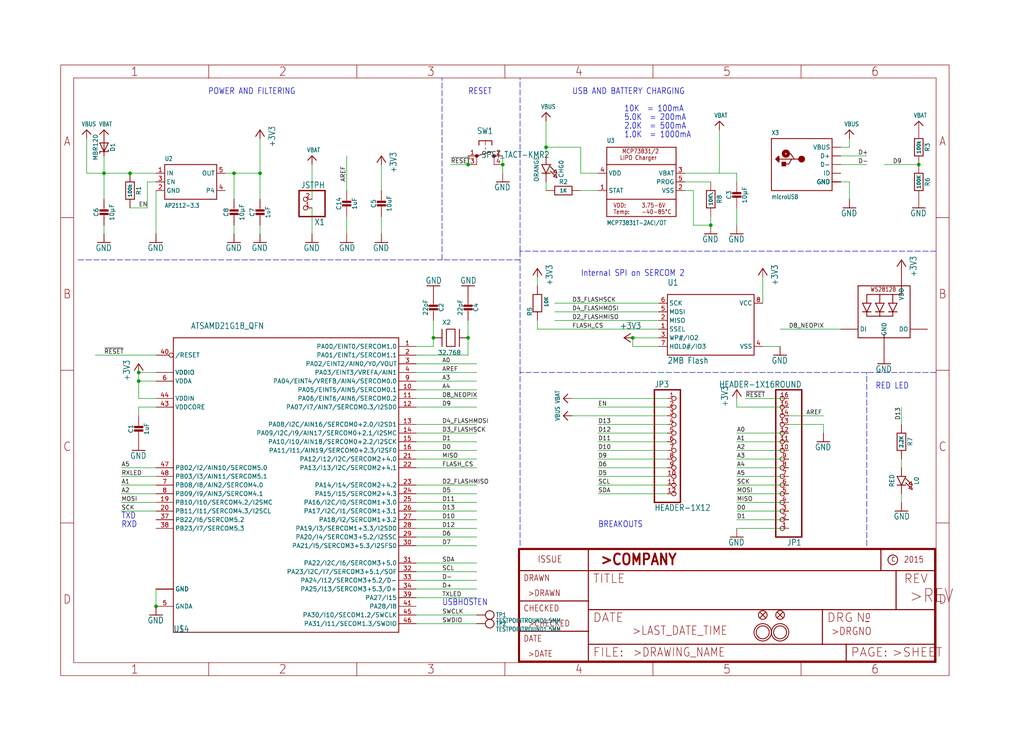
<source format=kicad_sch>
(kicad_sch (version 20211123) (generator eeschema)
  (paper "User" 300.076 217.881)
  (junction (at 137.16 99.06))
  (junction (at 45.72 177.8))
  (junction (at 185.42 99.06))
  (junction (at 137.16 48.26))
  (junction (at 68.58 50.8))
  (junction (at 30.48 50.8))
  (junction (at 160.02 43.18))
  (junction (at 269.24 48.26))
  (junction (at 38.1 50.8))
  (junction (at 76.2 50.8))
  (junction (at 208.28 66.04))
  (junction (at 147.32 48.26))
  (junction (at 40.64 109.22))
  (junction (at 40.64 111.76))
  (junction (at 127 99.06))
  (wire (pts (xy 185.42 101.6) (xy 193.04 101.6)))
  (polyline (pts (xy 274.32 109.22) (xy 254 109.22)))
  (wire (pts (xy 160.02 45.72) (xy 160.02 43.18)))
  (wire (pts (xy 215.9 119.38) (xy 231.14 119.38)))
  (wire (pts (xy 43.18 60.96) (xy 43.18 53.34)))
  (wire (pts (xy 121.92 170.18) (xy 139.7 170.18)))
  (wire (pts (xy 45.72 116.84) (xy 40.64 116.84)))
  (wire (pts (xy 45.72 137.16) (xy 35.56 137.16)))
  (wire (pts (xy 121.92 137.16) (xy 139.7 137.16)))
  (wire (pts (xy 45.72 119.38) (xy 40.64 119.38)))
  (wire (pts (xy 215.9 116.84) (xy 215.9 119.38)))
  (wire (pts (xy 228.6 101.6) (xy 223.52 101.6)))
  (wire (pts (xy 121.92 180.34) (xy 139.7 180.34)))
  (wire (pts (xy 76.2 50.8) (xy 76.2 58.42)))
  (wire (pts (xy 68.58 58.42) (xy 68.58 50.8)))
  (wire (pts (xy 215.9 154.94) (xy 231.14 154.94)))
  (wire (pts (xy 139.7 172.72) (xy 121.92 172.72)))
  (wire (pts (xy 195.58 121.92) (xy 167.64 121.92)))
  (wire (pts (xy 121.92 175.26) (xy 139.7 175.26)))
  (wire (pts (xy 121.92 111.76) (xy 139.7 111.76)))
  (wire (pts (xy 264.16 124.46) (xy 264.16 119.38)))
  (wire (pts (xy 137.16 99.06) (xy 137.16 93.98)))
  (wire (pts (xy 195.58 134.62) (xy 175.26 134.62)))
  (wire (pts (xy 121.92 157.48) (xy 139.7 157.48)))
  (wire (pts (xy 185.42 99.06) (xy 185.42 101.6)))
  (wire (pts (xy 121.92 116.84) (xy 139.7 116.84)))
  (wire (pts (xy 40.64 111.76) (xy 40.64 109.22)))
  (wire (pts (xy 210.82 50.8) (xy 200.66 50.8)))
  (wire (pts (xy 111.76 68.58) (xy 111.76 63.5)))
  (wire (pts (xy 160.02 53.34) (xy 160.02 55.88)))
  (wire (pts (xy 121.92 129.54) (xy 139.7 129.54)))
  (wire (pts (xy 193.04 88.9) (xy 162.56 88.9)))
  (wire (pts (xy 215.9 60.96) (xy 215.9 66.04)))
  (wire (pts (xy 121.92 147.32) (xy 139.7 147.32)))
  (wire (pts (xy 175.26 137.16) (xy 195.58 137.16)))
  (wire (pts (xy 170.18 55.88) (xy 175.26 55.88)))
  (wire (pts (xy 121.92 104.14) (xy 137.16 104.14)))
  (wire (pts (xy 30.48 45.72) (xy 30.48 50.8)))
  (polyline (pts (xy 152.4 109.22) (xy 152.4 76.2)))
  (wire (pts (xy 215.9 129.54) (xy 231.14 129.54)))
  (wire (pts (xy 215.9 152.4) (xy 231.14 152.4)))
  (wire (pts (xy 91.44 48.26) (xy 91.44 58.42)))
  (wire (pts (xy 254 48.26) (xy 246.38 48.26)))
  (wire (pts (xy 43.18 53.34) (xy 45.72 53.34)))
  (wire (pts (xy 264.16 144.78) (xy 264.16 147.32)))
  (wire (pts (xy 269.24 48.26) (xy 259.08 48.26)))
  (wire (pts (xy 139.7 132.08) (xy 121.92 132.08)))
  (wire (pts (xy 175.26 132.08) (xy 195.58 132.08)))
  (wire (pts (xy 203.2 55.88) (xy 203.2 66.04)))
  (wire (pts (xy 157.48 81.28) (xy 157.48 83.82)))
  (wire (pts (xy 195.58 142.24) (xy 175.26 142.24)))
  (wire (pts (xy 45.72 104.14) (xy 27.94 104.14)))
  (wire (pts (xy 139.7 152.4) (xy 121.92 152.4)))
  (wire (pts (xy 121.92 149.86) (xy 139.7 149.86)))
  (wire (pts (xy 157.48 96.52) (xy 193.04 96.52)))
  (wire (pts (xy 101.6 55.88) (xy 101.6 45.72)))
  (wire (pts (xy 68.58 50.8) (xy 76.2 50.8)))
  (polyline (pts (xy 274.32 73.66) (xy 152.4 73.66)))
  (wire (pts (xy 121.92 165.1) (xy 139.7 165.1)))
  (wire (pts (xy 248.92 53.34) (xy 248.92 58.42)))
  (wire (pts (xy 231.14 132.08) (xy 215.9 132.08)))
  (wire (pts (xy 193.04 99.06) (xy 185.42 99.06)))
  (wire (pts (xy 195.58 124.46) (xy 175.26 124.46)))
  (polyline (pts (xy 22.86 76.2) (xy 129.54 76.2)))
  (wire (pts (xy 68.58 66.04) (xy 68.58 68.58)))
  (wire (pts (xy 121.92 119.38) (xy 139.7 119.38)))
  (wire (pts (xy 231.14 124.46) (xy 241.3 124.46)))
  (wire (pts (xy 137.16 104.14) (xy 137.16 99.06)))
  (wire (pts (xy 241.3 124.46) (xy 241.3 127)))
  (polyline (pts (xy 254 109.22) (xy 152.4 109.22)))
  (wire (pts (xy 121.92 127) (xy 139.7 127)))
  (wire (pts (xy 170.18 43.18) (xy 170.18 50.8)))
  (wire (pts (xy 215.9 50.8) (xy 210.82 50.8)))
  (wire (pts (xy 66.04 50.8) (xy 68.58 50.8)))
  (wire (pts (xy 195.58 129.54) (xy 175.26 129.54)))
  (wire (pts (xy 210.82 38.1) (xy 210.82 50.8)))
  (polyline (pts (xy 129.54 76.2) (xy 129.54 22.86)))
  (wire (pts (xy 208.28 63.5) (xy 208.28 66.04)))
  (wire (pts (xy 91.44 68.58) (xy 91.44 60.96)))
  (polyline (pts (xy 254 160.02) (xy 254 109.22)))
  (wire (pts (xy 45.72 142.24) (xy 35.56 142.24)))
  (wire (pts (xy 45.72 172.72) (xy 45.72 177.8)))
  (wire (pts (xy 38.1 60.96) (xy 43.18 60.96)))
  (wire (pts (xy 30.48 66.04) (xy 30.48 68.58)))
  (wire (pts (xy 195.58 139.7) (xy 175.26 139.7)))
  (wire (pts (xy 40.64 119.38) (xy 40.64 121.92)))
  (wire (pts (xy 231.14 149.86) (xy 215.9 149.86)))
  (polyline (pts (xy 152.4 73.66) (xy 152.4 22.86)))
  (wire (pts (xy 121.92 106.68) (xy 139.7 106.68)))
  (wire (pts (xy 215.9 147.32) (xy 231.14 147.32)))
  (wire (pts (xy 246.38 43.18) (xy 248.92 43.18)))
  (wire (pts (xy 160.02 43.18) (xy 170.18 43.18)))
  (wire (pts (xy 246.38 45.72) (xy 254 45.72)))
  (wire (pts (xy 175.26 119.38) (xy 195.58 119.38)))
  (wire (pts (xy 25.4 50.8) (xy 30.48 50.8)))
  (wire (pts (xy 215.9 134.62) (xy 231.14 134.62)))
  (wire (pts (xy 231.14 144.78) (xy 215.9 144.78)))
  (wire (pts (xy 30.48 50.8) (xy 30.48 58.42)))
  (wire (pts (xy 45.72 139.7) (xy 35.56 139.7)))
  (wire (pts (xy 45.72 147.32) (xy 35.56 147.32)))
  (wire (pts (xy 76.2 66.04) (xy 76.2 68.58)))
  (wire (pts (xy 139.7 144.78) (xy 121.92 144.78)))
  (wire (pts (xy 248.92 43.18) (xy 248.92 40.64)))
  (wire (pts (xy 231.14 127) (xy 215.9 127)))
  (wire (pts (xy 231.14 142.24) (xy 215.9 142.24)))
  (wire (pts (xy 200.66 53.34) (xy 208.28 53.34)))
  (wire (pts (xy 246.38 96.52) (xy 228.6 96.52)))
  (wire (pts (xy 121.92 154.94) (xy 139.7 154.94)))
  (wire (pts (xy 223.52 81.28) (xy 223.52 88.9)))
  (wire (pts (xy 132.08 48.26) (xy 137.16 48.26)))
  (wire (pts (xy 38.1 50.8) (xy 30.48 50.8)))
  (wire (pts (xy 147.32 45.72) (xy 147.32 48.26)))
  (wire (pts (xy 40.64 116.84) (xy 40.64 111.76)))
  (wire (pts (xy 264.16 134.62) (xy 264.16 137.16)))
  (wire (pts (xy 160.02 35.56) (xy 160.02 43.18)))
  (wire (pts (xy 170.18 50.8) (xy 175.26 50.8)))
  (polyline (pts (xy 152.4 73.66) (xy 152.4 76.2)))
  (wire (pts (xy 127 93.98) (xy 127 99.06)))
  (polyline (pts (xy 152.4 160.02) (xy 152.4 109.22)))
  (wire (pts (xy 215.9 53.34) (xy 215.9 50.8)))
  (wire (pts (xy 45.72 111.76) (xy 40.64 111.76)))
  (wire (pts (xy 111.76 55.88) (xy 111.76 48.26)))
  (wire (pts (xy 203.2 66.04) (xy 208.28 66.04)))
  (wire (pts (xy 121.92 142.24) (xy 139.7 142.24)))
  (wire (pts (xy 121.92 109.22) (xy 139.7 109.22)))
  (wire (pts (xy 127 101.6) (xy 127 99.06)))
  (wire (pts (xy 76.2 50.8) (xy 76.2 40.64)))
  (wire (pts (xy 162.56 91.44) (xy 193.04 91.44)))
  (wire (pts (xy 35.56 144.78) (xy 45.72 144.78)))
  (wire (pts (xy 121.92 160.02) (xy 139.7 160.02)))
  (wire (pts (xy 200.66 55.88) (xy 203.2 55.88)))
  (wire (pts (xy 25.4 40.64) (xy 25.4 50.8)))
  (wire (pts (xy 45.72 55.88) (xy 45.72 68.58)))
  (wire (pts (xy 147.32 50.8) (xy 147.32 48.26)))
  (wire (pts (xy 231.14 116.84) (xy 218.44 116.84)))
  (wire (pts (xy 167.64 116.84) (xy 195.58 116.84)))
  (wire (pts (xy 35.56 149.86) (xy 45.72 149.86)))
  (wire (pts (xy 101.6 63.5) (xy 101.6 68.58)))
  (wire (pts (xy 175.26 144.78) (xy 195.58 144.78)))
  (polyline (pts (xy 152.4 76.2) (xy 129.54 76.2)))
  (wire (pts (xy 121.92 134.62) (xy 139.7 134.62)))
  (wire (pts (xy 137.16 48.26) (xy 137.16 45.72)))
  (wire (pts (xy 157.48 93.98) (xy 157.48 96.52)))
  (wire (pts (xy 121.92 101.6) (xy 127 101.6)))
  (wire (pts (xy 231.14 121.92) (xy 241.3 121.92)))
  (wire (pts (xy 139.7 114.3) (xy 121.92 114.3)))
  (wire (pts (xy 193.04 93.98) (xy 162.56 93.98)))
  (wire (pts (xy 139.7 124.46) (xy 121.92 124.46)))
  (wire (pts (xy 215.9 139.7) (xy 231.14 139.7)))
  (wire (pts (xy 45.72 50.8) (xy 38.1 50.8)))
  (wire (pts (xy 45.72 109.22) (xy 40.64 109.22)))
  (wire (pts (xy 175.26 127) (xy 195.58 127)))
  (wire (pts (xy 121.92 167.64) (xy 139.7 167.64)))
  (wire (pts (xy 231.14 137.16) (xy 215.9 137.16)))
  (wire (pts (xy 139.7 182.88) (xy 121.92 182.88)))
  (wire (pts (xy 246.38 53.34) (xy 248.92 53.34)))
  (text "BREAKOUTS" (at 175.26 154.94 180) (effects (font (size 1.778 1.5113)) (justify left bottom)))
  (text "1.0K  = 1000mA" (at 182.88 40.64 180) (effects (font (size 1.778 1.5113)) (justify left bottom)))
  (text "Internal SPI on SERCOM 2" (at 170.18 81.28 180) (effects (font (size 1.778 1.5113)) (justify left bottom)))
  (text "10K  = 100mA" (at 182.88 33.02 180) (effects (font (size 1.778 1.5113)) (justify left bottom)))
  (text "5.0K  = 200mA" (at 182.88 35.56 180) (effects (font (size 1.778 1.5113)) (justify left bottom)))
  (text "TXD" (at 35.56 152.4 180) (effects (font (size 1.778 1.5113)) (justify left bottom)))
  (text "RED LED" (at 256.54 114.3 180) (effects (font (size 1.778 1.5113)) (justify left bottom)))
  (text "USB AND BATTERY CHARGING" (at 167.64 27.94 180) (effects (font (size 1.778 1.5113)) (justify left bottom)))
  (text "2.0K  = 500mA" (at 182.88 38.1 180) (effects (font (size 1.778 1.5113)) (justify left bottom)))
  (text "POWER AND FILTERING" (at 60.96 27.94 180) (effects (font (size 1.778 1.5113)) (justify left bottom)))
  (text "USBHOSTEN" (at 129.54 177.8 180) (effects (font (size 1.778 1.5113)) (justify left bottom)))
  (text "RESET" (at 137.16 27.94 180) (effects (font (size 1.778 1.5113)) (justify left bottom)))
  (text "RXD" (at 35.56 154.94 180) (effects (font (size 1.778 1.5113)) (justify left bottom)))
  (label "SCL" (at 175.26 142.24 0) (effects (font (size 1.2446 1.2446))))
  (label "RXLED" (at 35.56 139.7 0) (effects (font (size 1.2446 1.2446))))
  (label "D13" (at 129.54 149.86 0) (effects (font (size 1.2446 1.2446))))
  (label "SCL" (at 129.54 167.64 0) (effects (font (size 1.2446 1.2446))))
  (label "SWDIO" (at 129.54 182.88 0) (effects (font (size 1.2446 1.2446))))
  (label "D1" (at 129.54 129.54 0) (effects (font (size 1.2446 1.2446))))
  (label "MISO" (at 129.54 134.62 0) (effects (font (size 1.2446 1.2446))))
  (label "SDA" (at 175.26 144.78 0) (effects (font (size 1.2446 1.2446))))
  (label "A3" (at 129.54 111.76 0) (effects (font (size 1.2446 1.2446))))
  (label "D7" (at 129.54 160.02 0) (effects (font (size 1.2446 1.2446))))
  (label "A1" (at 35.56 142.24 0) (effects (font (size 1.2446 1.2446))))
  (label "D+" (at 129.54 172.72 0) (effects (font (size 1.2446 1.2446))))
  (label "D2_FLASHMISO" (at 129.54 142.24 0) (effects (font (size 1.2446 1.2446))))
  (label "D13" (at 175.26 124.46 0) (effects (font (size 1.2446 1.2446))))
  (label "AREF" (at 129.54 109.22 0) (effects (font (size 1.2446 1.2446))))
  (label "A1" (at 215.9 129.54 0) (effects (font (size 1.2446 1.2446))))
  (label "D4_FLASHMOSI" (at 167.64 91.44 0) (effects (font (size 1.2446 1.2446))))
  (label "D9" (at 129.54 119.38 0) (effects (font (size 1.2446 1.2446))))
  (label "~{RESET}" (at 132.08 48.26 0) (effects (font (size 1.2446 1.2446))))
  (label "D1" (at 215.9 152.4 0) (effects (font (size 1.2446 1.2446))))
  (label "D10" (at 129.54 152.4 0) (effects (font (size 1.2446 1.2446))))
  (label "D12" (at 129.54 154.94 0) (effects (font (size 1.2446 1.2446))))
  (label "D6" (at 175.26 137.16 0) (effects (font (size 1.2446 1.2446))))
  (label "D12" (at 175.26 127 0) (effects (font (size 1.2446 1.2446))))
  (label "D0" (at 129.54 132.08 0) (effects (font (size 1.2446 1.2446))))
  (label "SCK" (at 215.9 142.24 0) (effects (font (size 1.2446 1.2446))))
  (label "D2_FLASHMISO" (at 167.64 93.98 0) (effects (font (size 1.2446 1.2446))))
  (label "A2" (at 215.9 132.08 0) (effects (font (size 1.2446 1.2446))))
  (label "D13" (at 264.16 119.38 270) (effects (font (size 1.2446 1.2446))))
  (label "~{RESET}" (at 30.48 104.14 0) (effects (font (size 1.2446 1.2446))))
  (label "D10" (at 175.26 132.08 0) (effects (font (size 1.2446 1.2446))))
  (label "A5" (at 35.56 137.16 0) (effects (font (size 1.2446 1.2446))))
  (label "A4" (at 129.54 114.3 0) (effects (font (size 1.2446 1.2446))))
  (label "TXLED" (at 129.54 175.26 0) (effects (font (size 1.2446 1.2446))))
  (label "MOSI" (at 215.9 144.78 0) (effects (font (size 1.2446 1.2446))))
  (label "D8_NEOPIX" (at 231.14 96.52 0) (effects (font (size 1.2446 1.2446))))
  (label "D-" (at 251.46 48.26 0) (effects (font (size 1.2446 1.2446))))
  (label "FLASH_CS" (at 167.64 96.52 0) (effects (font (size 1.2446 1.2446))))
  (label "MOSI" (at 35.56 147.32 0) (effects (font (size 1.2446 1.2446))))
  (label "D9" (at 175.26 134.62 0) (effects (font (size 1.2446 1.2446))))
  (label "D9" (at 261.62 48.26 0) (effects (font (size 1.2446 1.2446))))
  (label "A5" (at 215.9 139.7 0) (effects (font (size 1.2446 1.2446))))
  (label "D11" (at 129.54 147.32 0) (effects (font (size 1.2446 1.2446))))
  (label "D-" (at 129.54 170.18 0) (effects (font (size 1.2446 1.2446))))
  (label "SWCLK" (at 129.54 180.34 0) (effects (font (size 1.2446 1.2446))))
  (label "D5" (at 175.26 139.7 0) (effects (font (size 1.2446 1.2446))))
  (label "FLASH_CS" (at 129.54 137.16 0) (effects (font (size 1.2446 1.2446))))
  (label "D6" (at 129.54 157.48 0) (effects (font (size 1.2446 1.2446))))
  (label "~{RESET}" (at 218.44 116.84 0) (effects (font (size 1.2446 1.2446))))
  (label "SCK" (at 35.56 149.86 0) (effects (font (size 1.2446 1.2446))))
  (label "MISO" (at 215.9 147.32 0) (effects (font (size 1.2446 1.2446))))
  (label "D3_FLASHSCK" (at 129.54 127 0) (effects (font (size 1.2446 1.2446))))
  (label "D+" (at 251.46 45.72 0) (effects (font (size 1.2446 1.2446))))
  (label "AREF" (at 236.22 121.92 0) (effects (font (size 1.2446 1.2446))))
  (label "D5" (at 129.54 144.78 0) (effects (font (size 1.2446 1.2446))))
  (label "A2" (at 35.56 144.78 0) (effects (font (size 1.2446 1.2446))))
  (label "AREF" (at 101.6 53.34 90) (effects (font (size 1.2446 1.2446))))
  (label "A4" (at 215.9 137.16 0) (effects (font (size 1.2446 1.2446))))
  (label "SDA" (at 129.54 165.1 0) (effects (font (size 1.2446 1.2446))))
  (label "D3_FLASHSCK" (at 167.64 88.9 0) (effects (font (size 1.2446 1.2446))))
  (label "EN" (at 40.64 60.96 0) (effects (font (size 1.2446 1.2446))))
  (label "A3" (at 215.9 134.62 0) (effects (font (size 1.2446 1.2446))))
  (label "D4_FLASHMOSI" (at 129.54 124.46 0) (effects (font (size 1.2446 1.2446))))
  (label "A0" (at 215.9 127 0) (effects (font (size 1.2446 1.2446))))
  (label "D8_NEOPIX" (at 129.54 116.84 0) (effects (font (size 1.2446 1.2446))))
  (label "D11" (at 175.26 129.54 0) (effects (font (size 1.2446 1.2446))))
  (label "A0" (at 129.54 106.68 0) (effects (font (size 1.2446 1.2446))))
  (label "D0" (at 215.9 149.86 0) (effects (font (size 1.2446 1.2446))))
  (label "EN" (at 175.26 119.38 0) (effects (font (size 1.2446 1.2446))))
  (symbol (lib_id "eagleSchem-eagle-import:+3V3") (at 264.16 76.2 0) (mirror y) (unit 1)
    (property "Reference" "#+3V6" (effects hide))
    (property "Value" "+3V3" (at 266.7 81.28 90) (effects (font (size 1.778 1.5113)) (justify left bottom)))
    (property "Footprint" "eagleSchem:" (effects hide))
  )
  (symbol (lib_id "eagleSchem-eagle-import:TESTPOINTROUND1.5MM") (at 139.7 182.88 270) (unit 1)
    (property "Reference" "TP2" (at 145.288 182.88 90) (effects (font (size 1.27 1.0795)) (justify left)))
    (property "Value" "TESTPOINTROUND1.5MM" (at 145.288 184.531 90) (effects (font (size 1.27 1.0795)) (justify left)))
    (property "Footprint" "eagleSchem:TESTPOINT_ROUND_1.5MM" (effects hide))
  )
  (symbol (lib_id "eagleSchem-eagle-import:CON_JST_PH_2PIN") (at 88.9 58.42 180) (unit 1)
    (property "Reference" "X1" (at 95.25 64.135 0) (effects (font (size 1.778 1.5113)) (justify left bottom)))
    (property "Value" "JSTPH" (at 95.25 53.34 0) (effects (font (size 1.778 1.5113)) (justify left bottom)))
    (property "Footprint" "eagleSchem:JSTPH2" (effects hide))
  )
  (symbol (lib_id "eagleSchem-eagle-import:GND") (at 40.64 132.08 0) (unit 1)
    (property "Reference" "#U$6" (effects hide))
    (property "Value" "GND" (at 38.1 134.62 0) (effects (font (size 1.778 1.5113)) (justify left bottom)))
    (property "Footprint" "eagleSchem:" (effects hide))
  )
  (symbol (lib_id "eagleSchem-eagle-import:GND") (at 76.2 71.12 0) (unit 1)
    (property "Reference" "#U$28" (effects hide))
    (property "Value" "GND" (at 73.66 73.66 0) (effects (font (size 1.778 1.5113)) (justify left bottom)))
    (property "Footprint" "eagleSchem:" (effects hide))
  )
  (symbol (lib_id "eagleSchem-eagle-import:GND") (at 228.6 104.14 0) (unit 1)
    (property "Reference" "#U$26" (effects hide))
    (property "Value" "GND" (at 226.06 106.68 0) (effects (font (size 1.778 1.5113)) (justify left bottom)))
    (property "Footprint" "eagleSchem:" (effects hide))
  )
  (symbol (lib_id "eagleSchem-eagle-import:GND") (at 241.3 129.54 0) (unit 1)
    (property "Reference" "#GND4" (effects hide))
    (property "Value" "GND" (at 238.76 132.08 0) (effects (font (size 1.778 1.5113)) (justify left bottom)))
    (property "Footprint" "eagleSchem:" (effects hide))
  )
  (symbol (lib_id "eagleSchem-eagle-import:RESISTOR_0603_NOOUT") (at 264.16 129.54 270) (unit 1)
    (property "Reference" "R7" (at 266.7 129.54 0))
    (property "Value" "2.2K" (at 264.16 129.54 0) (effects (font (size 1.016 1.016) bold)))
    (property "Footprint" "eagleSchem:0603-NO" (effects hide))
  )
  (symbol (lib_id "eagleSchem-eagle-import:CAP_CERAMIC0805-NOOUTLINE") (at 68.58 63.5 0) (unit 1)
    (property "Reference" "C8" (at 66.29 62.25 90))
    (property "Value" "10µF" (at 70.88 62.25 90))
    (property "Footprint" "eagleSchem:0805-NO" (effects hide))
  )
  (symbol (lib_id "eagleSchem-eagle-import:RESISTOR_0603_NOOUT") (at 165.1 55.88 0) (unit 1)
    (property "Reference" "R2" (at 165.1 53.34 0))
    (property "Value" "1K" (at 165.1 55.88 0) (effects (font (size 1.016 1.016) bold)))
    (property "Footprint" "eagleSchem:0603-NO" (effects hide))
  )
  (symbol (lib_id "eagleSchem-eagle-import:FIDUCIAL{dblquote}{dblquote}") (at 228.6 180.34 0) (unit 1)
    (property "Reference" "U$34" (effects hide))
    (property "Value" "FIDUCIAL{dblquote}{dblquote}" (effects hide))
    (property "Footprint" "eagleSchem:FIDUCIAL_1MM" (effects hide))
  )
  (symbol (lib_id "eagleSchem-eagle-import:RESISTOR_0603_NOOUT") (at 269.24 43.18 270) (unit 1)
    (property "Reference" "R3" (at 271.78 43.18 0))
    (property "Value" "100k" (at 269.24 43.18 0) (effects (font (size 1.016 1.016) bold)))
    (property "Footprint" "eagleSchem:0603-NO" (effects hide))
  )
  (symbol (lib_id "eagleSchem-eagle-import:XTAL-3.2X1.5") (at 132.08 99.06 0) (unit 1)
    (property "Reference" "X2" (at 129.54 95.25 0) (effects (justify left bottom)))
    (property "Value" "32.768" (at 128.27 104.14 0) (effects (justify left bottom)))
    (property "Footprint" "eagleSchem:XTAL3215" (effects hide))
  )
  (symbol (lib_id "eagleSchem-eagle-import:CAP_CERAMIC0603_NO") (at 40.64 127 0) (unit 1)
    (property "Reference" "C1" (at 38.35 125.75 90))
    (property "Value" "1uF" (at 42.94 125.75 90))
    (property "Footprint" "eagleSchem:0603-NO" (effects hide))
  )
  (symbol (lib_id "eagleSchem-eagle-import:GND") (at 259.08 106.68 0) (unit 1)
    (property "Reference" "#GND15" (effects hide))
    (property "Value" "GND" (at 256.54 109.22 0) (effects (font (size 1.778 1.5113)) (justify left bottom)))
    (property "Footprint" "eagleSchem:" (effects hide))
  )
  (symbol (lib_id "eagleSchem-eagle-import:GND") (at 91.44 71.12 0) (unit 1)
    (property "Reference" "#U$22" (effects hide))
    (property "Value" "GND" (at 88.9 73.66 0) (effects (font (size 1.778 1.5113)) (justify left bottom)))
    (property "Footprint" "eagleSchem:" (effects hide))
  )
  (symbol (lib_id "eagleSchem-eagle-import:GND") (at 269.24 60.96 0) (unit 1)
    (property "Reference" "#GND13" (effects hide))
    (property "Value" "GND" (at 266.7 63.5 0) (effects (font (size 1.778 1.5113)) (justify left bottom)))
    (property "Footprint" "eagleSchem:" (effects hide))
  )
  (symbol (lib_id "eagleSchem-eagle-import:VBUS") (at 248.92 38.1 0) (unit 1)
    (property "Reference" "#U$1" (effects hide))
    (property "Value" "VBUS" (at 247.396 37.084 0) (effects (font (size 1.27 1.0795)) (justify left bottom)))
    (property "Footprint" "eagleSchem:" (effects hide))
  )
  (symbol (lib_id "eagleSchem-eagle-import:VBAT") (at 210.82 35.56 0) (unit 1)
    (property "Reference" "#U$39" (effects hide))
    (property "Value" "VBAT" (at 209.296 34.544 0) (effects (font (size 1.27 1.0795)) (justify left bottom)))
    (property "Footprint" "eagleSchem:" (effects hide))
  )
  (symbol (lib_id "eagleSchem-eagle-import:GND") (at 215.9 68.58 0) (unit 1)
    (property "Reference" "#U$33" (effects hide))
    (property "Value" "GND" (at 213.36 71.12 0) (effects (font (size 1.778 1.5113)) (justify left bottom)))
    (property "Footprint" "eagleSchem:" (effects hide))
  )
  (symbol (lib_id "eagleSchem-eagle-import:VREG_SOT23-5") (at 55.88 53.34 0) (unit 1)
    (property "Reference" "U2" (at 48.26 47.244 0) (effects (font (size 1.27 1.0795)) (justify left bottom)))
    (property "Value" "AP2112-3.3" (at 48.26 60.96 0) (effects (font (size 1.27 1.0795)) (justify left bottom)))
    (property "Footprint" "eagleSchem:SOT23-5" (effects hide))
  )
  (symbol (lib_id "eagleSchem-eagle-import:+3V3") (at 40.64 106.68 0) (unit 1)
    (property "Reference" "#+3V3" (effects hide))
    (property "Value" "+3V3" (at 38.1 111.76 90) (effects (font (size 1.778 1.5113)) (justify left bottom)))
    (property "Footprint" "eagleSchem:" (effects hide))
  )
  (symbol (lib_id "eagleSchem-eagle-import:HEADER-1X16ROUND") (at 228.6 137.16 180) (unit 1)
    (property "Reference" "JP1" (at 234.95 158.115 0) (effects (font (size 1.778 1.5113)) (justify left bottom)))
    (property "Value" "HEADER-1X16ROUND" (at 234.95 111.76 0) (effects (font (size 1.778 1.5113)) (justify left bottom)))
    (property "Footprint" "eagleSchem:1X16_ROUND" (effects hide))
  )
  (symbol (lib_id "eagleSchem-eagle-import:+3V3") (at 182.88 99.06 90) (mirror x) (unit 1)
    (property "Reference" "#+3V7" (effects hide))
    (property "Value" "+3V3" (at 187.96 96.52 90) (effects (font (size 1.778 1.5113)) (justify left bottom)))
    (property "Footprint" "eagleSchem:" (effects hide))
  )
  (symbol (lib_id "eagleSchem-eagle-import:GND") (at 101.6 71.12 0) (mirror y) (unit 1)
    (property "Reference" "#GND12" (effects hide))
    (property "Value" "GND" (at 104.14 73.66 0) (effects (font (size 1.778 1.5113)) (justify left bottom)))
    (property "Footprint" "eagleSchem:" (effects hide))
  )
  (symbol (lib_id "eagleSchem-eagle-import:CAP_CERAMIC0603_NO") (at 76.2 63.5 0) (unit 1)
    (property "Reference" "C7" (at 73.91 62.25 90))
    (property "Value" "1uF" (at 78.5 62.25 90))
    (property "Footprint" "eagleSchem:0603-NO" (effects hide))
  )
  (symbol (lib_id "eagleSchem-eagle-import:ATSAMD21G_QFN") (at 71.12 137.16 0) (unit 1)
    (property "Reference" "U$4" (at 50.8 185.42 0) (effects (font (size 1.778 1.5113)) (justify left bottom)))
    (property "Value" "ATSAMD21G18_QFN" (at 55.88 96.52 0) (effects (font (size 1.778 1.5113)) (justify left bottom)))
    (property "Footprint" "eagleSchem:TQFN48_7MM" (effects hide))
  )
  (symbol (lib_id "eagleSchem-eagle-import:VBAT") (at 269.24 35.56 0) (unit 1)
    (property "Reference" "#U$2" (effects hide))
    (property "Value" "VBAT" (at 267.716 34.544 0) (effects (font (size 1.27 1.0795)) (justify left bottom)))
    (property "Footprint" "eagleSchem:" (effects hide))
  )
  (symbol (lib_id "eagleSchem-eagle-import:MOUNTINGHOLE2.5") (at 228.6 185.42 0) (unit 1)
    (property "Reference" "U$32" (effects hide))
    (property "Value" "MOUNTINGHOLE2.5" (effects hide))
    (property "Footprint" "eagleSchem:MOUNTINGHOLE_2.5_PLATED" (effects hide))
  )
  (symbol (lib_id "eagleSchem-eagle-import:GND") (at 215.9 157.48 0) (unit 1)
    (property "Reference" "#GND11" (effects hide))
    (property "Value" "GND" (at 213.36 160.02 0) (effects (font (size 1.778 1.5113)) (justify left bottom)))
    (property "Footprint" "eagleSchem:" (effects hide))
  )
  (symbol (lib_id "eagleSchem-eagle-import:WS2812B3535") (at 259.08 93.98 0) (unit 1)
    (property "Reference" "LED1" (effects hide))
    (property "Value" "WS2812B3535" (effects hide))
    (property "Footprint" "eagleSchem:LED3535" (effects hide))
  )
  (symbol (lib_id "eagleSchem-eagle-import:+3V3") (at 76.2 38.1 0) (mirror y) (unit 1)
    (property "Reference" "#+3V4" (effects hide))
    (property "Value" "+3V3" (at 78.74 43.18 90) (effects (font (size 1.778 1.5113)) (justify left bottom)))
    (property "Footprint" "eagleSchem:" (effects hide))
  )
  (symbol (lib_id "eagleSchem-eagle-import:+3V3") (at 215.9 114.3 0) (unit 1)
    (property "Reference" "#+3V1" (effects hide))
    (property "Value" "+3V3" (at 213.36 119.38 90) (effects (font (size 1.778 1.5113)) (justify left bottom)))
    (property "Footprint" "eagleSchem:" (effects hide))
  )
  (symbol (lib_id "eagleSchem-eagle-import:VBAT") (at 165.1 116.84 90) (unit 1)
    (property "Reference" "#U$20" (effects hide))
    (property "Value" "VBAT" (at 164.084 118.364 0) (effects (font (size 1.27 1.0795)) (justify left bottom)))
    (property "Footprint" "eagleSchem:" (effects hide))
  )
  (symbol (lib_id "eagleSchem-eagle-import:GND") (at 147.32 53.34 0) (unit 1)
    (property "Reference" "#GND7" (effects hide))
    (property "Value" "GND" (at 144.78 55.88 0) (effects (font (size 1.778 1.5113)) (justify left bottom)))
    (property "Footprint" "eagleSchem:" (effects hide))
  )
  (symbol (lib_id "eagleSchem-eagle-import:VBAT") (at 91.44 45.72 0) (unit 1)
    (property "Reference" "#U$16" (effects hide))
    (property "Value" "VBAT" (at 89.916 44.704 0) (effects (font (size 1.27 1.0795)) (justify left bottom)))
    (property "Footprint" "eagleSchem:" (effects hide))
  )
  (symbol (lib_id "eagleSchem-eagle-import:VBUS") (at 165.1 121.92 90) (unit 1)
    (property "Reference" "#U$19" (effects hide))
    (property "Value" "VBUS" (at 164.084 123.444 0) (effects (font (size 1.27 1.0795)) (justify left bottom)))
    (property "Footprint" "eagleSchem:" (effects hide))
  )
  (symbol (lib_id "eagleSchem-eagle-import:FRAME_A4") (at 152.4 195.58 0) (unit 2)
    (property "Reference" "#FRAME1" (effects hide))
    (property "Value" "FRAME_A4" (effects hide))
    (property "Footprint" "eagleSchem:" (effects hide))
  )
  (symbol (lib_id "eagleSchem-eagle-import:GND") (at 248.92 60.96 0) (unit 1)
    (property "Reference" "#GND1" (effects hide))
    (property "Value" "GND" (at 246.38 63.5 0) (effects (font (size 1.778 1.5113)) (justify left bottom)))
    (property "Footprint" "eagleSchem:" (effects hide))
  )
  (symbol (lib_id "eagleSchem-eagle-import:RESISTOR_0603_NOOUT") (at 157.48 88.9 90) (unit 1)
    (property "Reference" "R5" (at 155.9814 92.71 0) (effects (justify left bottom)))
    (property "Value" "10K" (at 160.782 90.17 0) (effects (font (size 1.016 1.016) bold) (justify left bottom)))
    (property "Footprint" "eagleSchem:0603-NO" (effects hide))
  )
  (symbol (lib_id "eagleSchem-eagle-import:CAP_CERAMIC0805-NOOUTLINE") (at 215.9 58.42 0) (unit 1)
    (property "Reference" "C3" (at 213.61 57.17 90))
    (property "Value" "10µF" (at 218.2 57.17 90))
    (property "Footprint" "eagleSchem:0805-NO" (effects hide))
  )
  (symbol (lib_id "eagleSchem-eagle-import:VBAT") (at 30.48 38.1 0) (unit 1)
    (property "Reference" "#U$21" (effects hide))
    (property "Value" "VBAT" (at 28.956 37.084 0) (effects (font (size 1.27 1.0795)) (justify left bottom)))
    (property "Footprint" "eagleSchem:" (effects hide))
  )
  (symbol (lib_id "eagleSchem-eagle-import:FIDUCIAL{dblquote}{dblquote}") (at 223.52 180.34 0) (unit 1)
    (property "Reference" "U$35" (effects hide))
    (property "Value" "FIDUCIAL{dblquote}{dblquote}" (effects hide))
    (property "Footprint" "eagleSchem:FIDUCIAL_1MM" (effects hide))
  )
  (symbol (lib_id "eagleSchem-eagle-import:HEADER-1X12") (at 198.12 132.08 0) (unit 1)
    (property "Reference" "JP3" (at 191.77 113.665 0) (effects (font (size 1.778 1.5113)) (justify left bottom)))
    (property "Value" "HEADER-1X12" (at 191.77 149.86 0) (effects (font (size 1.778 1.5113)) (justify left bottom)))
    (property "Footprint" "eagleSchem:1X12_ROUND" (effects hide))
  )
  (symbol (lib_id "eagleSchem-eagle-import:GND") (at 68.58 71.12 0) (unit 1)
    (property "Reference" "#U$29" (effects hide))
    (property "Value" "GND" (at 66.04 73.66 0) (effects (font (size 1.778 1.5113)) (justify left bottom)))
    (property "Footprint" "eagleSchem:" (effects hide))
  )
  (symbol (lib_id "eagleSchem-eagle-import:SPIFLASH_SOIC8208MIL") (at 208.28 96.52 0) (unit 1)
    (property "Reference" "U1" (at 195.58 83.82 0) (effects (font (size 1.778 1.5113)) (justify left bottom)))
    (property "Value" "2MB Flash" (at 195.58 106.68 0) (effects (font (size 1.778 1.5113)) (justify left bottom)))
    (property "Footprint" "eagleSchem:SOIC8_208MIL" (effects hide))
  )
  (symbol (lib_id "eagleSchem-eagle-import:GND") (at 45.72 71.12 0) (unit 1)
    (property "Reference" "#U$30" (effects hide))
    (property "Value" "GND" (at 43.18 73.66 0) (effects (font (size 1.778 1.5113)) (justify left bottom)))
    (property "Footprint" "eagleSchem:" (effects hide))
  )
  (symbol (lib_id "eagleSchem-eagle-import:LED0805_NOOUTLINE") (at 264.16 142.24 270) (unit 1)
    (property "Reference" "L0" (at 268.605 140.97 0))
    (property "Value" "RED" (at 261.366 140.97 0))
    (property "Footprint" "eagleSchem:CHIPLED_0805_NOOUTLINE" (effects hide))
  )
  (symbol (lib_id "eagleSchem-eagle-import:TESTPOINTROUND1.5MM") (at 139.7 180.34 270) (unit 1)
    (property "Reference" "TP1" (at 145.288 180.34 90) (effects (font (size 1.27 1.0795)) (justify left)))
    (property "Value" "TESTPOINTROUND1.5MM" (at 145.288 181.991 90) (effects (font (size 1.27 1.0795)) (justify left)))
    (property "Footprint" "eagleSchem:TESTPOINT_ROUND_1.5MM" (effects hide))
  )
  (symbol (lib_id "eagleSchem-eagle-import:CAP_CERAMIC0603_NO") (at 127 88.9 180) (unit 1)
    (property "Reference" "C2" (at 129.29 90.15 90))
    (property "Value" "22pF" (at 124.7 90.15 90))
    (property "Footprint" "eagleSchem:0603-NO" (effects hide))
  )
  (symbol (lib_id "eagleSchem-eagle-import:+3V3") (at 223.52 78.74 0) (mirror y) (unit 1)
    (property "Reference" "#+3V5" (effects hide))
    (property "Value" "+3V3" (at 226.06 83.82 90) (effects (font (size 1.778 1.5113)) (justify left bottom)))
    (property "Footprint" "eagleSchem:" (effects hide))
  )
  (symbol (lib_id "eagleSchem-eagle-import:RESISTOR_0603_NOOUT") (at 38.1 55.88 270) (unit 1)
    (property "Reference" "R1" (at 40.64 55.88 0))
    (property "Value" "100k" (at 38.1 55.88 0) (effects (font (size 1.016 1.016) bold)))
    (property "Footprint" "eagleSchem:0603-NO" (effects hide))
  )
  (symbol (lib_id "eagleSchem-eagle-import:CAP_CERAMIC0805-NOOUTLINE") (at 111.76 60.96 0) (unit 1)
    (property "Reference" "C5" (at 109.47 59.71 90))
    (property "Value" "10uF" (at 114.06 59.71 90))
    (property "Footprint" "eagleSchem:0805-NO" (effects hide))
  )
  (symbol (lib_id "eagleSchem-eagle-import:+3V3") (at 157.48 78.74 0) (mirror y) (unit 1)
    (property "Reference" "#+3V8" (effects hide))
    (property "Value" "+3V3" (at 160.02 83.82 90) (effects (font (size 1.778 1.5113)) (justify left bottom)))
    (property "Footprint" "eagleSchem:" (effects hide))
  )
  (symbol (lib_id "eagleSchem-eagle-import:MCP73831{slash}2") (at 187.96 53.34 0) (unit 1)
    (property "Reference" "U3" (at 177.8 41.91 0) (effects (font (size 1.27 1.0795)) (justify left bottom)))
    (property "Value" "MCP73831T-2ACI/OT" (at 177.8 66.04 0) (effects (font (size 1.27 1.0795)) (justify left bottom)))
    (property "Footprint" "eagleSchem:SOT23-5" (effects hide))
  )
  (symbol (lib_id "eagleSchem-eagle-import:GND") (at 30.48 71.12 0) (unit 1)
    (property "Reference" "#U$27" (effects hide))
    (property "Value" "GND" (at 27.94 73.66 0) (effects (font (size 1.778 1.5113)) (justify left bottom)))
    (property "Footprint" "eagleSchem:" (effects hide))
  )
  (symbol (lib_id "eagleSchem-eagle-import:FRAME_A4") (at 17.78 198.12 0) (unit 1)
    (property "Reference" "#FRAME1" (effects hide))
    (property "Value" "FRAME_A4" (effects hide))
    (property "Footprint" "eagleSchem:" (effects hide))
  )
  (symbol (lib_id "eagleSchem-eagle-import:CAP_CERAMIC0805-NOOUTLINE") (at 30.48 63.5 0) (unit 1)
    (property "Reference" "C6" (at 28.19 62.25 90))
    (property "Value" "10µF" (at 32.78 62.25 90))
    (property "Footprint" "eagleSchem:0805-NO" (effects hide))
  )
  (symbol (lib_id "eagleSchem-eagle-import:VBUS") (at 160.02 33.02 0) (unit 1)
    (property "Reference" "#U$38" (effects hide))
    (property "Value" "VBUS" (at 158.496 32.004 0) (effects (font (size 1.27 1.0795)) (justify left bottom)))
    (property "Footprint" "eagleSchem:" (effects hide))
  )
  (symbol (lib_id "eagleSchem-eagle-import:CAP_CERAMIC0603_NO") (at 137.16 88.9 180) (unit 1)
    (property "Reference" "C4" (at 139.45 90.15 90))
    (property "Value" "22pF" (at 134.86 90.15 90))
    (property "Footprint" "eagleSchem:0603-NO" (effects hide))
  )
  (symbol (lib_id "eagleSchem-eagle-import:USB_MICRO_20329_V2") (at 236.22 48.26 0) (unit 1)
    (property "Reference" "X3" (at 226.06 39.624 0) (effects (font (size 1.27 1.0795)) (justify left bottom)))
    (property "Value" "microUSB" (at 226.06 58.42 0) (effects (font (size 1.27 1.0795)) (justify left bottom)))
    (property "Footprint" "eagleSchem:4UCONN_20329_V2" (effects hide))
  )
  (symbol (lib_id "eagleSchem-eagle-import:SPST_TACT-KMR2") (at 142.24 45.72 270) (unit 1)
    (property "Reference" "SW1" (at 139.7 39.37 90) (effects (font (size 1.778 1.5113)) (justify left bottom)))
    (property "Value" "SPST_TACT-KMR2" (at 140.97 46.355 90) (effects (font (size 1.778 1.5113)) (justify left bottom)))
    (property "Footprint" "eagleSchem:KMR2" (effects hide))
  )
  (symbol (lib_id "eagleSchem-eagle-import:GND") (at 264.16 149.86 0) (mirror y) (unit 1)
    (property "Reference" "#GND10" (effects hide))
    (property "Value" "GND" (at 266.7 152.4 0) (effects (font (size 1.778 1.5113)) (justify left bottom)))
    (property "Footprint" "eagleSchem:" (effects hide))
  )
  (symbol (lib_id "eagleSchem-eagle-import:RESISTOR_0603_NOOUT") (at 208.28 58.42 270) (unit 1)
    (property "Reference" "R8" (at 210.82 58.42 0))
    (property "Value" "10K\\" (at 208.28 58.42 0) (effects (font (size 1.016 1.016) bold)))
    (property "Footprint" "eagleSchem:0603-NO" (effects hide))
  )
  (symbol (lib_id "eagleSchem-eagle-import:GND") (at 45.72 180.34 0) (unit 1)
    (property "Reference" "#U$5" (effects hide))
    (property "Value" "GND" (at 43.18 182.88 0) (effects (font (size 1.778 1.5113)) (justify left bottom)))
    (property "Footprint" "eagleSchem:" (effects hide))
  )
  (symbol (lib_id "eagleSchem-eagle-import:DIODE-SCHOTTKYSOD-123") (at 30.48 43.18 270) (unit 1)
    (property "Reference" "D1" (at 33.02 43.18 0))
    (property "Value" "MBR120" (at 27.98 43.18 0))
    (property "Footprint" "eagleSchem:SOD-123" (effects hide))
  )
  (symbol (lib_id "eagleSchem-eagle-import:GND") (at 137.16 83.82 180) (unit 1)
    (property "Reference" "#U$10" (effects hide))
    (property "Value" "GND" (at 139.7 81.28 0) (effects (font (size 1.778 1.5113)) (justify left bottom)))
    (property "Footprint" "eagleSchem:" (effects hide))
  )
  (symbol (lib_id "eagleSchem-eagle-import:VBUS") (at 25.4 38.1 0) (unit 1)
    (property "Reference" "#U$3" (effects hide))
    (property "Value" "VBUS" (at 23.876 37.084 0) (effects (font (size 1.27 1.0795)) (justify left bottom)))
    (property "Footprint" "eagleSchem:" (effects hide))
  )
  (symbol (lib_id "eagleSchem-eagle-import:GND") (at 208.28 68.58 0) (unit 1)
    (property "Reference" "#U$36" (effects hide))
    (property "Value" "GND" (at 205.74 71.12 0) (effects (font (size 1.778 1.5113)) (justify left bottom)))
    (property "Footprint" "eagleSchem:" (effects hide))
  )
  (symbol (lib_id "eagleSchem-eagle-import:GND") (at 127 83.82 180) (unit 1)
    (property "Reference" "#U$8" (effects hide))
    (property "Value" "GND" (at 129.54 81.28 0) (effects (font (size 1.778 1.5113)) (justify left bottom)))
    (property "Footprint" "eagleSchem:" (effects hide))
  )
  (symbol (lib_id "eagleSchem-eagle-import:GND") (at 111.76 71.12 0) (unit 1)
    (property "Reference" "#U$11" (effects hide))
    (property "Value" "GND" (at 109.22 73.66 0) (effects (font (size 1.778 1.5113)) (justify left bottom)))
    (property "Footprint" "eagleSchem:" (effects hide))
  )
  (symbol (lib_id "eagleSchem-eagle-import:+3V3") (at 111.76 45.72 0) (mirror y) (unit 1)
    (property "Reference" "#+3V2" (effects hide))
    (property "Value" "+3V3" (at 114.3 50.8 90) (effects (font (size 1.778 1.5113)) (justify left bottom)))
    (property "Footprint" "eagleSchem:" (effects hide))
  )
  (symbol (lib_id "eagleSchem-eagle-import:CAP_CERAMIC0603_NO") (at 101.6 60.96 0) (unit 1)
    (property "Reference" "C14" (at 99.31 59.71 90))
    (property "Value" "1uF" (at 103.9 59.71 90))
    (property "Footprint" "eagleSchem:0603-NO" (effects hide))
  )
  (symbol (lib_id "eagleSchem-eagle-import:RESISTOR_0603_NOOUT") (at 269.24 53.34 270) (unit 1)
    (property "Reference" "R6" (at 271.78 53.34 0))
    (property "Value" "100K" (at 269.24 53.34 0) (effects (font (size 1.016 1.016) bold)))
    (property "Footprint" "eagleSchem:0603-NO" (effects hide))
  )
  (symbol (lib_id "eagleSchem-eagle-import:MOUNTINGHOLE2.5") (at 223.52 185.42 0) (unit 1)
    (property "Reference" "U$31" (effects hide))
    (property "Value" "MOUNTINGHOLE2.5" (effects hide))
    (property "Footprint" "eagleSchem:MOUNTINGHOLE_2.5_PLATED" (effects hide))
  )
  (symbol (lib_id "eagleSchem-eagle-import:LED0805_NOOUTLINE") (at 160.02 50.8 270) (unit 1)
    (property "Reference" "CHG0" (at 164.465 49.53 0))
    (property "Value" "ORANGE" (at 157.226 49.53 0))
    (property "Footprint" "eagleSchem:CHIPLED_0805_NOOUTLINE" (effects hide))
  )
)
</source>
